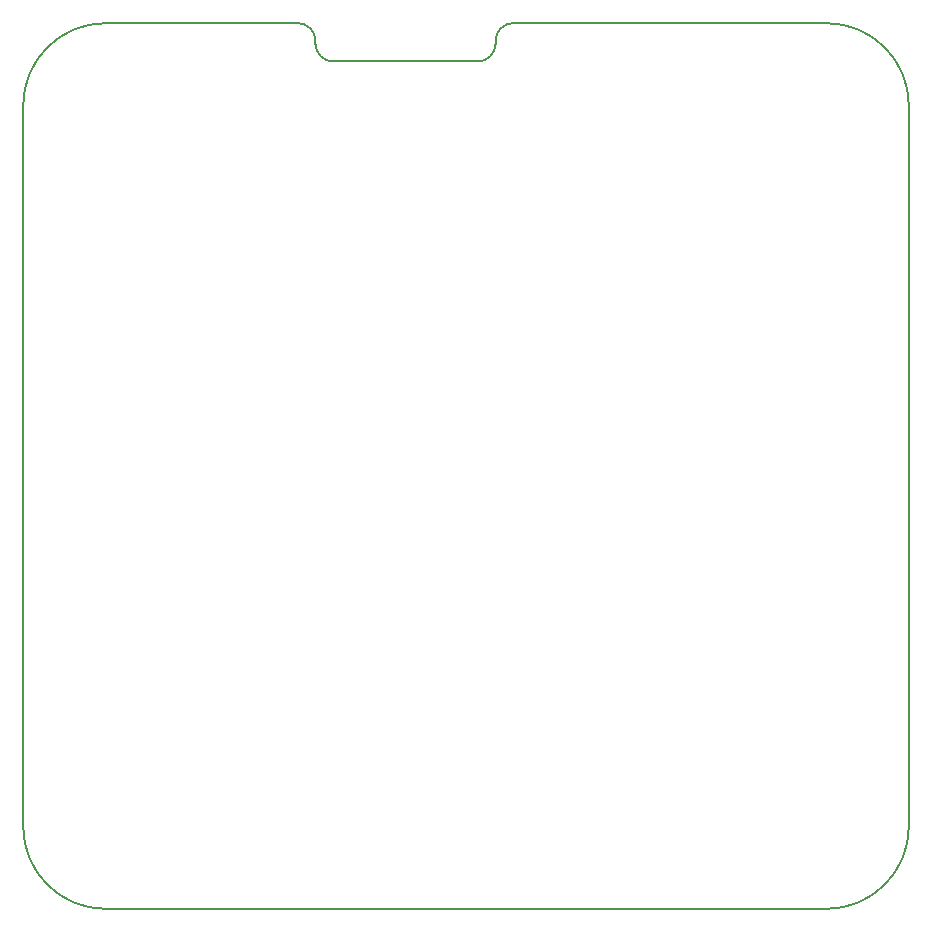
<source format=gbr>
%TF.GenerationSoftware,KiCad,Pcbnew,8.0.9-8.0.9-0~ubuntu22.04.1*%
%TF.CreationDate,2025-02-27T10:58:21+01:00*%
%TF.ProjectId,HB-UNI-SEN-BATT_FUEL4EP,48422d55-4e49-42d5-9345-4e2d42415454,V1.5*%
%TF.SameCoordinates,Original*%
%TF.FileFunction,Profile,NP*%
%FSLAX46Y46*%
G04 Gerber Fmt 4.6, Leading zero omitted, Abs format (unit mm)*
G04 Created by KiCad (PCBNEW 8.0.9-8.0.9-0~ubuntu22.04.1) date 2025-02-27 10:58:21*
%MOMM*%
%LPD*%
G01*
G04 APERTURE LIST*
%TA.AperFunction,Profile*%
%ADD10C,0.150000*%
%TD*%
G04 APERTURE END LIST*
D10*
X75000000Y7000000D02*
G75*
G02*
X68000000Y0I-7000000J0D01*
G01*
X7000000Y0D02*
X68000000Y0D01*
X26250000Y71750000D02*
G75*
G02*
X24750000Y73250000I0J1500000D01*
G01*
X0Y68000000D02*
G75*
G02*
X7000000Y75000000I7000002J-2D01*
G01*
X24750000Y73500000D02*
X24750000Y73250000D01*
X23250000Y75000000D02*
G75*
G02*
X24750000Y73500000I0J-1500000D01*
G01*
X75000000Y7000000D02*
X75000000Y68000000D01*
X40000000Y73500000D02*
G75*
G02*
X41500000Y75000000I1500000J0D01*
G01*
X40000000Y73250000D02*
G75*
G02*
X38500000Y71750000I-1500000J0D01*
G01*
X7000000Y0D02*
G75*
G02*
X0Y7000000I0J7000000D01*
G01*
X23000000Y75000000D02*
X23250000Y75000000D01*
X26250000Y71750000D02*
X38500000Y71750000D01*
X40000000Y73500000D02*
X40000000Y73250000D01*
X0Y68000000D02*
X0Y7000000D01*
X41500000Y75000000D02*
X68000000Y75000000D01*
X7000000Y75000000D02*
X23000000Y75000000D01*
X68000000Y75000000D02*
G75*
G02*
X75000000Y68000000I0J-7000000D01*
G01*
M02*

</source>
